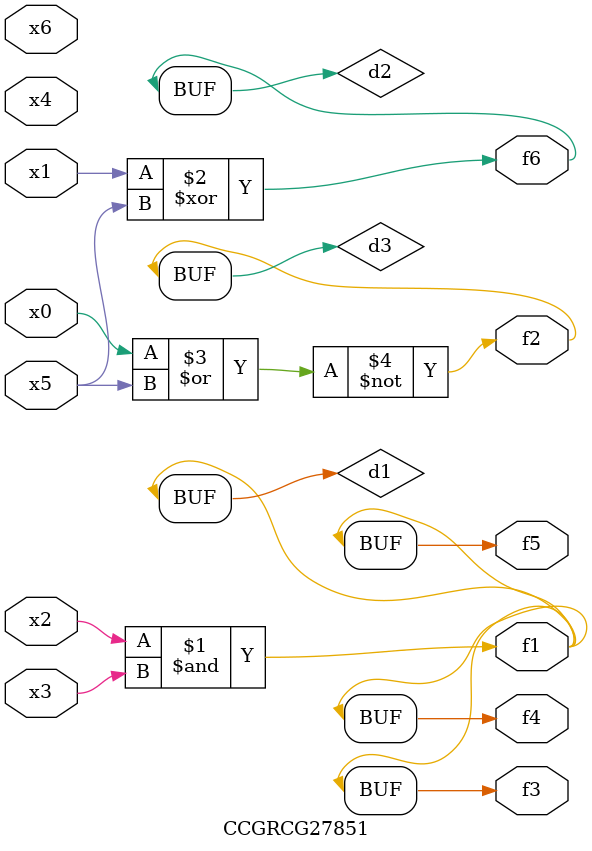
<source format=v>
module CCGRCG27851(
	input x0, x1, x2, x3, x4, x5, x6,
	output f1, f2, f3, f4, f5, f6
);

	wire d1, d2, d3;

	and (d1, x2, x3);
	xor (d2, x1, x5);
	nor (d3, x0, x5);
	assign f1 = d1;
	assign f2 = d3;
	assign f3 = d1;
	assign f4 = d1;
	assign f5 = d1;
	assign f6 = d2;
endmodule

</source>
